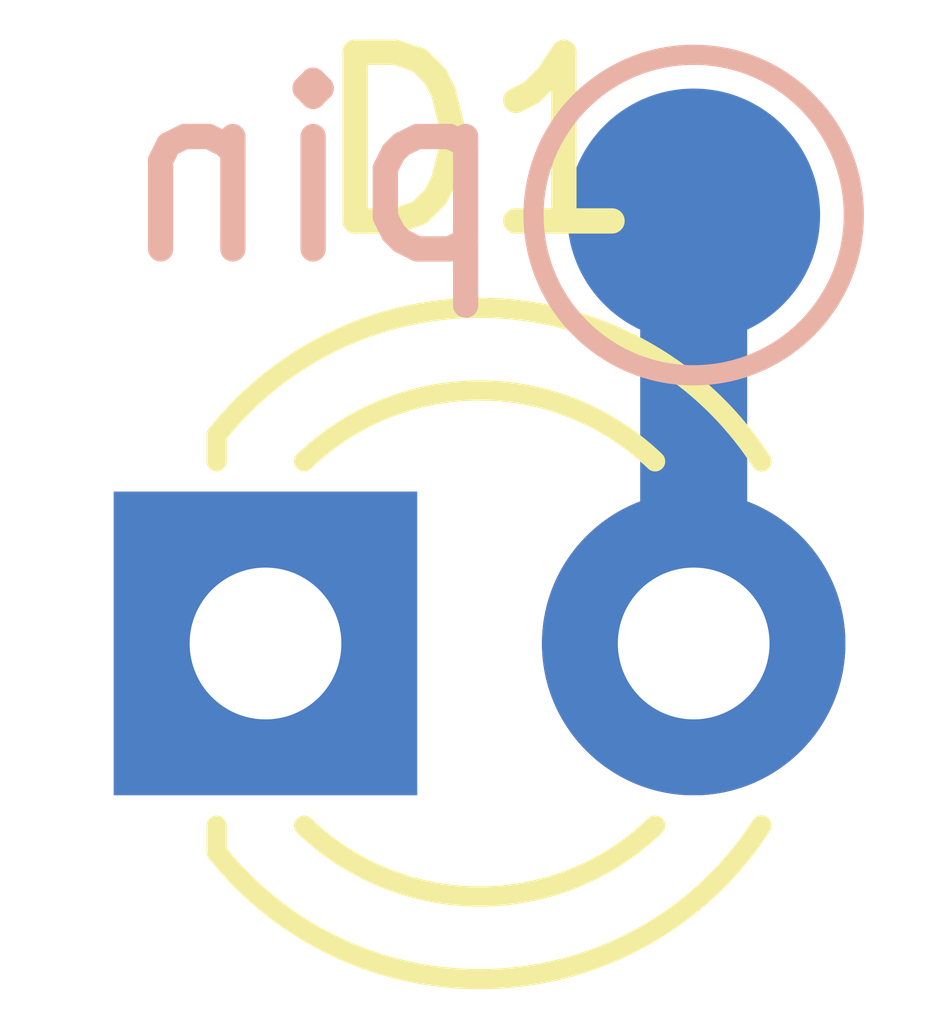
<source format=kicad_pcb>
(kicad_pcb (version 20171130) (host pcbnew "(5.1.9-0-10_14)")

  (general
    (thickness 1.6)
    (drawings 1)
    (tracks 1)
    (zones 0)
    (modules 2)
    (nets 3)
  )

  (page A4)
  (layers
    (0 F.Cu signal)
    (31 B.Cu signal)
    (32 B.Adhes user)
    (33 F.Adhes user)
    (34 B.Paste user)
    (35 F.Paste user)
    (36 B.SilkS user)
    (37 F.SilkS user)
    (38 B.Mask user)
    (39 F.Mask user)
    (40 Dwgs.User user)
    (41 Cmts.User user)
    (42 Eco1.User user)
    (43 Eco2.User user)
    (44 Edge.Cuts user)
    (45 Margin user)
    (46 B.CrtYd user hide)
    (47 F.CrtYd user hide)
    (48 B.Fab user hide)
    (49 F.Fab user hide)
  )

  (setup
    (last_trace_width 0.1524)
    (user_trace_width 0.1524)
    (user_trace_width 0.254)
    (user_trace_width 0.4064)
    (user_trace_width 0.635)
    (trace_clearance 0.1524)
    (zone_clearance 0.508)
    (zone_45_only no)
    (trace_min 0.1524)
    (via_size 0.6858)
    (via_drill 0.3048)
    (via_min_size 0.6858)
    (via_min_drill 0.3048)
    (uvia_size 0.3048)
    (uvia_drill 0.1524)
    (uvias_allowed no)
    (uvia_min_size 0.2)
    (uvia_min_drill 0.1)
    (edge_width 0.15)
    (segment_width 0.15)
    (pcb_text_width 0.3)
    (pcb_text_size 1.5 1.5)
    (mod_edge_width 0.15)
    (mod_text_size 1 1)
    (mod_text_width 0.15)
    (pad_size 1.524 1.524)
    (pad_drill 0.762)
    (pad_to_mask_clearance 0.2)
    (aux_axis_origin 0 0)
    (visible_elements FFFFFF7F)
    (pcbplotparams
      (layerselection 0x010fc_ffffffff)
      (usegerberextensions false)
      (usegerberattributes false)
      (usegerberadvancedattributes false)
      (creategerberjobfile false)
      (excludeedgelayer true)
      (linewidth 0.100000)
      (plotframeref false)
      (viasonmask false)
      (mode 1)
      (useauxorigin false)
      (hpglpennumber 1)
      (hpglpenspeed 20)
      (hpglpendiameter 15.000000)
      (psnegative false)
      (psa4output false)
      (plotreference true)
      (plotvalue true)
      (plotinvisibletext false)
      (padsonsilk false)
      (subtractmaskfromsilk false)
      (outputformat 1)
      (mirror false)
      (drillshape 1)
      (scaleselection 1)
      (outputdirectory ""))
  )

  (net 0 "")
  (net 1 GND)
  (net 2 Pin0)

  (net_class Default "This is the default net class."
    (clearance 0.1524)
    (trace_width 0.1524)
    (via_dia 0.6858)
    (via_drill 0.3048)
    (uvia_dia 0.3048)
    (uvia_drill 0.1524)
    (diff_pair_width 0.1524)
    (diff_pair_gap 0.1524)
    (add_net GND)
    (add_net Pin0)
  )

  (module LED_THT:LED_D3.0mm locked (layer F.Cu) (tedit 587A3A7B) (tstamp 608ACE48)
    (at -1.27 0)
    (descr "LED, diameter 3.0mm, 2 pins")
    (tags "LED diameter 3.0mm 2 pins")
    (path /5FD62DCA)
    (fp_text reference D1 (at 1.27 -2.96) (layer F.SilkS)
      (effects (font (size 1 1) (thickness 0.15)))
    )
    (fp_text value LED (at 1.27 2.96) (layer F.Fab)
      (effects (font (size 1 1) (thickness 0.15)))
    )
    (fp_line (start 3.7 -2.25) (end -1.15 -2.25) (layer F.CrtYd) (width 0.05))
    (fp_line (start 3.7 2.25) (end 3.7 -2.25) (layer F.CrtYd) (width 0.05))
    (fp_line (start -1.15 2.25) (end 3.7 2.25) (layer F.CrtYd) (width 0.05))
    (fp_line (start -1.15 -2.25) (end -1.15 2.25) (layer F.CrtYd) (width 0.05))
    (fp_line (start -0.29 1.08) (end -0.29 1.236) (layer F.SilkS) (width 0.12))
    (fp_line (start -0.29 -1.236) (end -0.29 -1.08) (layer F.SilkS) (width 0.12))
    (fp_line (start -0.23 -1.16619) (end -0.23 1.16619) (layer F.Fab) (width 0.1))
    (fp_circle (center 1.27 0) (end 2.77 0) (layer F.Fab) (width 0.1))
    (fp_arc (start 1.27 0) (end -0.23 -1.16619) (angle 284.3) (layer F.Fab) (width 0.1))
    (fp_arc (start 1.27 0) (end -0.29 -1.235516) (angle 108.8) (layer F.SilkS) (width 0.12))
    (fp_arc (start 1.27 0) (end -0.29 1.235516) (angle -108.8) (layer F.SilkS) (width 0.12))
    (fp_arc (start 1.27 0) (end 0.229039 -1.08) (angle 87.9) (layer F.SilkS) (width 0.12))
    (fp_arc (start 1.27 0) (end 0.229039 1.08) (angle -87.9) (layer F.SilkS) (width 0.12))
    (fp_circle (center 0 0) (end 1.5 0) (layer Dwgs.User) (width 0.15))
    (pad 1 thru_hole rect (at 0 0) (size 1.8 1.8) (drill 0.9) (layers *.Cu *.Mask)
      (net 1 GND))
    (pad 2 thru_hole circle (at 2.54 0) (size 1.8 1.8) (drill 0.9) (layers *.Cu *.Mask)
      (net 2 Pin0))
    (model ${KISYS3DMOD}/LED_THT.3dshapes/LED_D3.0mm.wrl
      (at (xyz 0 0 0))
      (scale (xyz 1 1 1))
      (rotate (xyz 0 0 0))
    )
  )

  (module TestPoint:TestPoint_Pad_D1.5mm (layer B.Cu) (tedit 5A0F774F) (tstamp 60B93B3F)
    (at 1.27 -2.54)
    (descr "SMD pad as test Point, diameter 1.5mm")
    (tags "test point SMD pad")
    (path /60B93C6A)
    (attr virtual)
    (fp_text reference TP1 (at 0 1.648) (layer B.SilkS) hide
      (effects (font (size 1 1) (thickness 0.15)) (justify mirror))
    )
    (fp_text value TestPoint (at 0 -1.75) (layer B.Fab)
      (effects (font (size 1 1) (thickness 0.15)) (justify mirror))
    )
    (fp_circle (center 0 0) (end 0 -0.95) (layer B.SilkS) (width 0.12))
    (fp_circle (center 0 0) (end 1.25 0) (layer B.CrtYd) (width 0.05))
    (fp_text user %R (at 0 1.65) (layer B.Fab)
      (effects (font (size 1 1) (thickness 0.15)) (justify mirror))
    )
    (pad 1 smd circle (at 0 0) (size 1.5 1.5) (layers B.Cu B.Mask)
      (net 2 Pin0))
  )

  (gr_text pin (at 0.254 -2.794) (layer B.SilkS) (tstamp 60C4C501)
    (effects (font (size 1 1) (thickness 0.15)) (justify left mirror))
  )

  (segment (start 1.27 0) (end 1.27 -2.54) (width 0.635) (layer B.Cu) (net 2))

  (gr_circle (center 0 0) (end 1.55 0) (layer Eco1.User) (width 0.12))

)

</source>
